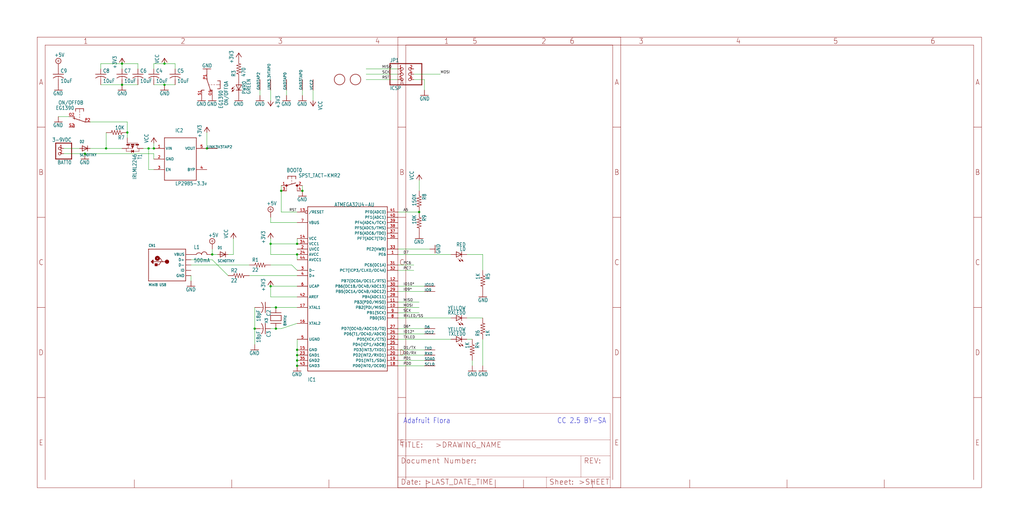
<source format=kicad_sch>
(kicad_sch (version 20211123) (generator eeschema)
  (paper "User" 490.22 254.406)
  (lib_symbols
    (symbol "schematicEagle-eagle-import:+3V3" (power)
      (property "Value" "+3V3" (at -2.54 -5.08 90))
      (symbol "+3V3_1_0"
        (pin power_in line (at 0 -2.54 90) (length 2.54) (name "+3V3") (number "1"))
      )
    )
    (symbol "schematicEagle-eagle-import:+5V" (power)
      (property "Value" "+5V" (at -1.905 3.175 0))
      (symbol "+5V_1_0"
        (pin power_in line (at 0 -2.54 90) (length 2.54) (name "+5V") (number "1"))
      )
    )
    (symbol "schematicEagle-eagle-import:ATMEGA32U4-AU"
      (property "Value" "ATMEGA32U4-AU" (at -5.08 45.72 0))
      (symbol "ATMEGA32U4-AU_1_0"
        (pin bidirectional line (at 25.4 22.86 180) (length 5.08) (name "PE6") (number "1"))
        (pin bidirectional line (at 25.4 -2.54 180) (length 5.08) (name "PB2(PDI/MISO)") (number "10"))
        (pin bidirectional line (at 25.4 0 180) (length 5.08) (name "PB3(PDO/MISO)") (number "11"))
        (pin bidirectional line (at 25.4 10.16 180) (length 5.08) (name "PB7(OC0A/OC1C/RTS)") (number "12"))
        (pin bidirectional inverted (at -22.86 43.18 0) (length 5.08) (name "/RESET") (number "13"))
        (pin bidirectional line (at -22.86 30.48 0) (length 5.08) (name "VCC") (number "14"))
        (pin bidirectional line (at -22.86 -22.86 0) (length 5.08) (name "GND") (number "15"))
        (pin bidirectional line (at -22.86 -10.16 0) (length 5.08) (name "XTAL2") (number "16"))
        (pin bidirectional line (at -22.86 -2.54 0) (length 5.08) (name "XTAL1") (number "17"))
        (pin bidirectional line (at 25.4 -30.48 180) (length 5.08) (name "PD0(INT0/OC0B)") (number "18"))
        (pin bidirectional line (at 25.4 -27.94 180) (length 5.08) (name "PD1(INT1/SDA)") (number "19"))
        (pin bidirectional line (at -22.86 25.4 0) (length 5.08) (name "UVCC") (number "2"))
        (pin bidirectional line (at 25.4 -25.4 180) (length 5.08) (name "PD2(INT2/RXD1)") (number "20"))
        (pin bidirectional line (at 25.4 -22.86 180) (length 5.08) (name "PD3(INT3/TXD1)") (number "21"))
        (pin bidirectional line (at 25.4 -17.78 180) (length 5.08) (name "PD5(XCK/CTS)") (number "22"))
        (pin bidirectional line (at -22.86 -25.4 0) (length 5.08) (name "GND1") (number "23"))
        (pin bidirectional line (at -22.86 22.86 0) (length 5.08) (name "AVCC") (number "24"))
        (pin bidirectional line (at 25.4 -20.32 180) (length 5.08) (name "PD4(ICP1/ADC8)") (number "25"))
        (pin bidirectional line (at 25.4 -15.24 180) (length 5.08) (name "PD6(T1/OC4D/ADC9)") (number "26"))
        (pin bidirectional line (at 25.4 -12.7 180) (length 5.08) (name "PD7(OC4D/ADC10/T0)") (number "27"))
        (pin bidirectional line (at 25.4 2.54 180) (length 5.08) (name "PB4(ADC11)") (number "28"))
        (pin bidirectional line (at 25.4 5.08 180) (length 5.08) (name "PB5(OC1A/OC4B/ADC12)") (number "29"))
        (pin bidirectional line (at -22.86 15.24 0) (length 5.08) (name "D-") (number "3"))
        (pin bidirectional line (at 25.4 7.62 180) (length 5.08) (name "PB6(OC1B/OC4B/ADC13)") (number "30"))
        (pin bidirectional line (at 25.4 17.78 180) (length 5.08) (name "PC6(OC1A)") (number "31"))
        (pin bidirectional line (at 25.4 15.24 180) (length 5.08) (name "PC7(ICP3/CLK0/OC4A)") (number "32"))
        (pin bidirectional line (at 25.4 25.4 180) (length 5.08) (name "PE2(HWB)") (number "33"))
        (pin bidirectional line (at -22.86 27.94 0) (length 5.08) (name "VCC1") (number "34"))
        (pin bidirectional line (at -22.86 -27.94 0) (length 5.08) (name "GND2") (number "35"))
        (pin bidirectional line (at 25.4 30.48 180) (length 5.08) (name "PF7(ADC7(TDI)") (number "36"))
        (pin bidirectional line (at 25.4 33.02 180) (length 5.08) (name "PF6(ADC6/TDO)") (number "37"))
        (pin bidirectional line (at 25.4 35.56 180) (length 5.08) (name "PF5(ADC5/TMS)") (number "38"))
        (pin bidirectional line (at 25.4 38.1 180) (length 5.08) (name "PF4(ADC4/TCK)") (number "39"))
        (pin bidirectional line (at -22.86 12.7 0) (length 5.08) (name "D+") (number "4"))
        (pin bidirectional line (at 25.4 40.64 180) (length 5.08) (name "PF1(ADC1)") (number "40"))
        (pin bidirectional line (at 25.4 43.18 180) (length 5.08) (name "PF0(ADC0)") (number "41"))
        (pin bidirectional line (at -22.86 2.54 0) (length 5.08) (name "AREF") (number "42"))
        (pin bidirectional line (at -22.86 -30.48 0) (length 5.08) (name "GND3") (number "43"))
        (pin bidirectional line (at -22.86 20.32 0) (length 5.08) (name "AVCC1") (number "44"))
        (pin bidirectional line (at -22.86 -17.78 0) (length 5.08) (name "UGND") (number "5"))
        (pin bidirectional line (at -22.86 7.62 0) (length 5.08) (name "UCAP") (number "6"))
        (pin bidirectional line (at -22.86 38.1 0) (length 5.08) (name "VBUS") (number "7"))
        (pin bidirectional line (at 25.4 -7.62 180) (length 5.08) (name "PB0(SS)") (number "8"))
        (pin bidirectional line (at 25.4 -5.08 180) (length 5.08) (name "PB1(SCK)") (number "9"))
      )
    )
    (symbol "schematicEagle-eagle-import:C-USC0805K"
      (property "Reference" "C" (at 1.016 0.635 0))
      (property "Value" "C-USC0805K" (at 1.016 -4.191 0))
      (symbol "C-USC0805K_1_0"
        (pin passive line (at 0 2.54 270) (length 2.54) (name "1") (number "1"))
        (pin passive line (at 0 -5.08 90) (length 2.54) (name "2") (number "2"))
      )
    )
    (symbol "schematicEagle-eagle-import:DIODESOD-123"
      (property "Reference" "D" (at -2.54 2.54 0))
      (property "Value" "DIODESOD-123" (at -2.54 -3.81 0))
      (symbol "DIODESOD-123_1_0"
        (pin passive line (at -2.54 0 0) (length 2.54) (name "A") (number "A"))
        (pin passive line (at 2.54 0 180) (length 2.54) (name "C") (number "C"))
      )
    )
    (symbol "schematicEagle-eagle-import:DPDT-EG1390"
      (property "Reference" "SW" (at -8.255 -1.905 90))
      (property "Value" "DPDT-EG1390" (at -5.715 2.54 90))
      (symbol "DPDT-EG1390_1_0"
        (pin passive line (at -2.54 5.08 270) (length 2.54) (name "O") (number "O1"))
        (pin passive line (at 0 -5.08 90) (length 2.54) (name "P") (number "P1"))
        (pin passive line (at 2.54 5.08 270) (length 2.54) (name "S") (number "S1"))
      )
      (symbol "DPDT-EG1390_2_0"
        (pin passive line (at -2.54 5.08 270) (length 2.54) (name "O") (number "O2"))
        (pin passive line (at 0 -5.08 90) (length 2.54) (name "P") (number "P2"))
        (pin passive line (at 2.54 5.08 270) (length 2.54) (name "S") (number "S2"))
      )
    )
    (symbol "schematicEagle-eagle-import:FIDUCIAL")
    (symbol "schematicEagle-eagle-import:FRAME_A_L"
      (symbol "FRAME_A_L_0_0"
        (text "1" (at 23.2833 213.995 0) (effects (font (size 2.54 2.286))))
        (text "2" (at 69.85 213.995 0) (effects (font (size 2.54 2.286))))
        (text "3" (at 116.4167 213.995 0) (effects (font (size 2.54 2.286))))
        (text "4" (at 162.9833 213.995 0) (effects (font (size 2.54 2.286))))
        (text "5" (at 209.55 213.995 0) (effects (font (size 2.54 2.286))))
        (text "6" (at 256.1167 213.995 0) (effects (font (size 2.54 2.286))))
        (text "A" (at 1.905 194.31 0) (effects (font (size 2.54 2.286))))
        (text "A" (at 277.495 194.31 0) (effects (font (size 2.54 2.286))))
        (text "B" (at 1.905 151.13 0) (effects (font (size 2.54 2.286))))
        (text "B" (at 277.495 151.13 0) (effects (font (size 2.54 2.286))))
        (text "C" (at 1.905 107.95 0) (effects (font (size 2.54 2.286))))
        (text "C" (at 277.495 107.95 0) (effects (font (size 2.54 2.286))))
        (text "D" (at 1.905 64.77 0) (effects (font (size 2.54 2.286))))
        (text "D" (at 277.495 64.77 0) (effects (font (size 2.54 2.286))))
        (text "E" (at 1.905 21.59 0) (effects (font (size 2.54 2.286))))
        (text "E" (at 277.495 21.59 0) (effects (font (size 2.54 2.286))))
      )
      (symbol "FRAME_A_L_2_0"
        (text ">DRAWING_NAME" (at 17.78 19.05 0) (effects (font (size 2.54 2.54)) (justify left bottom)))
        (text ">LAST_DATE_TIME" (at 12.7 1.27 0) (effects (font (size 2.54 2.54)) (justify left bottom)))
        (text ">SHEET" (at 86.36 1.27 0) (effects (font (size 2.54 2.54)) (justify left bottom)))
        (text "Date:" (at 1.27 1.27 0) (effects (font (size 2.54 2.54)) (justify left bottom)))
        (text "Document Number:" (at 1.27 11.43 0) (effects (font (size 2.54 2.54)) (justify left bottom)))
        (text "REV:" (at 88.9 11.43 0) (effects (font (size 2.54 2.54)) (justify left bottom)))
        (text "Sheet:" (at 72.39 1.27 0) (effects (font (size 2.54 2.54)) (justify left bottom)))
        (text "TITLE:" (at 1.27 19.05 0) (effects (font (size 2.54 2.54)) (justify left bottom)))
      )
    )
    (symbol "schematicEagle-eagle-import:GND" (power)
      (property "Value" "GND" (at -2.54 -2.54 0))
      (symbol "GND_1_0"
        (pin power_in line (at 0 2.54 270) (length 2.54) (name "GND") (number "1"))
      )
    )
    (symbol "schematicEagle-eagle-import:JST_2PIN-SMT-RA"
      (property "Reference" "CN" (at -6.35 5.715 0))
      (property "Value" "JST_2PIN-SMT-RA" (at -6.35 -5.08 0))
      (symbol "JST_2PIN-SMT-RA_1_0"
        (pin passive inverted (at -2.54 0 0) (length 2.54) (name "2") (number "1"))
        (pin passive inverted (at -2.54 2.54 0) (length 2.54) (name "1") (number "2"))
      )
    )
    (symbol "schematicEagle-eagle-import:LEDCHIPLED_0805"
      (property "Reference" "LED" (at 3.556 -4.572 90))
      (property "Value" "LEDCHIPLED_0805" (at 5.715 -4.572 90))
      (symbol "LEDCHIPLED_0805_1_0"
        (pin passive line (at 0 2.54 270) (length 2.54) (name "A") (number "A"))
        (pin passive line (at 0 -5.08 90) (length 2.54) (name "C") (number "C"))
      )
    )
    (symbol "schematicEagle-eagle-import:LP298XS"
      (property "Reference" "IC" (at -12.7 -5.08 90))
      (property "Value" "LP298XS" (at 12.7 -5.08 90))
      (symbol "LP298XS_1_0"
        (pin bidirectional line (at -5.08 -15.24 90) (length 5.08) (name "VIN") (number "1"))
        (pin bidirectional line (at 0 -15.24 90) (length 5.08) (name "GND") (number "2"))
        (pin bidirectional line (at 5.08 -15.24 90) (length 5.08) (name "EN") (number "3"))
        (pin bidirectional line (at 5.08 10.16 270) (length 5.08) (name "BYP") (number "4"))
        (pin bidirectional line (at -5.08 10.16 270) (length 5.08) (name "VOUT") (number "5"))
      )
    )
    (symbol "schematicEagle-eagle-import:PINHD-2X3"
      (property "Reference" "JP" (at -6.35 5.715 0))
      (property "Value" "PINHD-2X3" (at -6.35 -7.62 0))
      (symbol "PINHD-2X3_1_0"
        (pin passive inverted (at -2.54 2.54 0) (length 2.54) (name "1") (number "1"))
        (pin passive inverted (at 5.08 2.54 180) (length 2.54) (name "2") (number "2"))
        (pin passive inverted (at -2.54 0 0) (length 2.54) (name "3") (number "3"))
        (pin passive inverted (at 5.08 0 180) (length 2.54) (name "4") (number "4"))
        (pin passive inverted (at -2.54 -2.54 0) (length 2.54) (name "5") (number "5"))
        (pin passive inverted (at 5.08 -2.54 180) (length 2.54) (name "6") (number "6"))
      )
    )
    (symbol "schematicEagle-eagle-import:PMOSSOT23"
      (property "Reference" "T" (at 2.54 2.54 0))
      (property "Value" "PMOSSOT23" (at 2.54 0 0))
      (symbol "PMOSSOT23_1_0"
        (pin passive line (at 0 5.08 270) (length 2.54) (name "D") (number "1"))
        (pin passive line (at 0 -5.08 90) (length 2.54) (name "S") (number "2"))
        (pin passive line (at -5.08 -2.54 0) (length 2.54) (name "G") (number "3"))
      )
    )
    (symbol "schematicEagle-eagle-import:PTCFUSE-1206"
      (property "Reference" "F" (at -3.81 5.08 0))
      (property "Value" "PTCFUSE-1206" (at -3.81 -1.27 0))
      (symbol "PTCFUSE-1206_1_0"
        (pin passive line (at -5.08 2.54 0) (length 2.54) (name "1") (number "1"))
        (pin passive line (at 5.08 2.54 180) (length 2.54) (name "2") (number "2"))
      )
    )
    (symbol "schematicEagle-eagle-import:R-US_R0805"
      (property "Reference" "R" (at -3.81 1.4986 0))
      (property "Value" "R-US_R0805" (at -3.81 -3.302 0))
      (symbol "R-US_R0805_1_0"
        (pin passive line (at -5.08 0 0) (length 2.54) (name "1") (number "1"))
        (pin passive line (at 5.08 0 180) (length 2.54) (name "2") (number "2"))
      )
    )
    (symbol "schematicEagle-eagle-import:SEWTAP-2.0IN"
      (property "Reference" "TP" (at 0 0 0))
      (symbol "SEWTAP-2.0IN_1_0"
        (pin bidirectional line (at 0 0 0) (length 5.08) (name "SEW") (number "P$1"))
      )
    )
    (symbol "schematicEagle-eagle-import:SPST_TACT-KMR2"
      (property "Reference" "SW" (at -6.35 -2.54 90))
      (property "Value" "SPST_TACT-KMR2" (at -3.81 3.175 90))
      (symbol "SPST_TACT-KMR2_1_0"
        (pin passive line (at 0 -5.08 90) (length 2.54) (name "P") (number "1"))
        (pin passive line (at 0 5.08 270) (length 2.54) (name "S") (number "2"))
        (pin passive line (at 2.54 -5.08 90) (length 2.54) (name "P1") (number "3"))
        (pin passive line (at 2.54 5.08 270) (length 2.54) (name "S1") (number "4"))
      )
    )
    (symbol "schematicEagle-eagle-import:USBMINIBLARGE"
      (property "Reference" "CN" (at -10.16 8.636 0))
      (property "Value" "USBMINIBLARGE" (at -10.16 -10.16 0))
      (symbol "USBMINIBLARGE_1_0"
        (pin bidirectional line (at 10.16 2.54 180) (length 2.54) (name "D+") (number "D+"))
        (pin bidirectional line (at 10.16 0 180) (length 2.54) (name "D-") (number "D-"))
        (pin power_in line (at 10.16 -5.08 180) (length 2.54) (name "GND") (number "GND"))
        (pin bidirectional line (at 10.16 -2.54 180) (length 2.54) (name "ID") (number "ID"))
        (pin power_in line (at 10.16 5.08 180) (length 2.54) (name "VBUS") (number "VBUS"))
      )
    )
    (symbol "schematicEagle-eagle-import:VCC" (power)
      (property "Value" "VCC" (at -2.54 -2.54 90))
      (symbol "VCC_1_0"
        (pin power_in line (at 0 -2.54 90) (length 2.54) (name "VCC") (number "1"))
      )
    )
    (symbol "schematicEagle-eagle-import:XTALNX5032"
      (property "Reference" "X" (at -2.54 3.81 0))
      (property "Value" "XTALNX5032" (at -3.81 -5.08 0))
      (symbol "XTALNX5032_1_0"
        (pin bidirectional line (at -5.08 0 0) (length 2.54) (name "P$1") (number "P$1"))
        (pin bidirectional line (at 5.08 0 180) (length 2.54) (name "P$2") (number "P$2"))
      )
    )
  )
  (junction (at 99.06 71.12))
  (junction (at 134.62 91.44))
  (junction (at 132.08 147.32))
  (junction (at 142.24 172.72))
  (junction (at 129.54 116.84))
  (junction (at 121.92 157.48))
  (junction (at 142.24 175.26))
  (junction (at 129.54 137.16))
  (junction (at 60.96 63.5))
  (junction (at 58.42 40.64))
  (junction (at 144.78 91.44))
  (junction (at 40.64 73.66))
  (junction (at 200.66 101.6))
  (junction (at 142.24 116.84))
  (junction (at 142.24 121.92))
  (junction (at 142.24 167.64))
  (junction (at 142.24 170.18))
  (junction (at 58.42 30.48))
  (junction (at 73.66 71.12))
  (junction (at 132.08 157.48))
  (junction (at 78.74 30.48))
  (junction (at 71.12 71.12))
  (junction (at 78.74 40.64))
  (junction (at 101.6 121.92))
  (junction (at 50.8 71.12))
  (wire (pts (xy 142.24 167.64) (xy 142.24 170.18)))
  (wire (pts (xy 73.66 40.64) (xy 78.74 40.64)))
  (wire (pts (xy 121.92 165.1) (xy 121.92 157.48)))
  (wire (pts (xy 190.5 35.56) (xy 175.26 35.56)))
  (wire (pts (xy 142.24 124.46) (xy 142.24 121.92)))
  (wire (pts (xy 111.76 121.92) (xy 111.76 114.3)))
  (wire (pts (xy 203.2 157.48) (xy 190.5 157.48)))
  (wire (pts (xy 101.6 124.46) (xy 109.22 132.08)))
  (wire (pts (xy 73.66 33.02) (xy 73.66 30.48)))
  (wire (pts (xy 142.24 172.72) (xy 142.24 175.26)))
  (wire (pts (xy 91.44 124.46) (xy 101.6 124.46)))
  (wire (pts (xy 190.5 139.7) (xy 203.2 139.7)))
  (wire (pts (xy 137.16 45.72) (xy 137.16 43.18)))
  (wire (pts (xy 129.54 48.26) (xy 129.54 43.18)))
  (wire (pts (xy 121.92 147.32) (xy 121.92 157.48)))
  (wire (pts (xy 60.96 63.5) (xy 60.96 66.04)))
  (wire (pts (xy 198.12 35.56) (xy 210.82 35.56)))
  (wire (pts (xy 129.54 116.84) (xy 142.24 116.84)))
  (wire (pts (xy 205.74 119.38) (xy 190.5 119.38)))
  (wire (pts (xy 144.78 45.72) (xy 144.78 43.18)))
  (wire (pts (xy 30.48 71.12) (xy 38.1 71.12)))
  (wire (pts (xy 30.48 73.66) (xy 40.64 73.66)))
  (wire (pts (xy 73.66 81.28) (xy 71.12 81.28)))
  (wire (pts (xy 78.74 30.48) (xy 83.82 30.48)))
  (wire (pts (xy 119.38 132.08) (xy 142.24 132.08)))
  (wire (pts (xy 190.5 144.78) (xy 200.66 144.78)))
  (wire (pts (xy 48.26 30.48) (xy 58.42 30.48)))
  (wire (pts (xy 144.78 88.9) (xy 144.78 91.44)))
  (wire (pts (xy 129.54 116.84) (xy 129.54 114.3)))
  (wire (pts (xy 43.18 58.42) (xy 60.96 58.42)))
  (wire (pts (xy 142.24 154.94) (xy 134.62 157.48)))
  (wire (pts (xy 101.6 119.38) (xy 101.6 121.92)))
  (wire (pts (xy 132.08 157.48) (xy 134.62 157.48)))
  (wire (pts (xy 231.14 175.26) (xy 231.14 162.56)))
  (wire (pts (xy 71.12 71.12) (xy 73.66 71.12)))
  (wire (pts (xy 200.66 86.36) (xy 200.66 91.44)))
  (wire (pts (xy 190.5 38.1) (xy 175.26 38.1)))
  (wire (pts (xy 78.74 40.64) (xy 83.82 40.64)))
  (wire (pts (xy 142.24 137.16) (xy 129.54 137.16)))
  (wire (pts (xy 91.44 127) (xy 119.38 127)))
  (wire (pts (xy 71.12 81.28) (xy 71.12 71.12)))
  (wire (pts (xy 132.08 157.48) (xy 129.54 157.48)))
  (wire (pts (xy 83.82 30.48) (xy 83.82 33.02)))
  (wire (pts (xy 190.5 129.54) (xy 198.12 129.54)))
  (wire (pts (xy 134.62 101.6) (xy 134.62 91.44)))
  (wire (pts (xy 139.7 127) (xy 142.24 129.54)))
  (wire (pts (xy 142.24 101.6) (xy 134.62 101.6)))
  (wire (pts (xy 223.52 121.92) (xy 231.14 121.92)))
  (wire (pts (xy 142.24 116.84) (xy 142.24 114.3)))
  (wire (pts (xy 91.44 132.08) (xy 91.44 134.62)))
  (wire (pts (xy 223.52 152.4) (xy 231.14 152.4)))
  (wire (pts (xy 190.5 149.86) (xy 200.66 149.86)))
  (wire (pts (xy 58.42 40.64) (xy 48.26 40.64)))
  (wire (pts (xy 190.5 127) (xy 198.12 127)))
  (wire (pts (xy 60.96 58.42) (xy 60.96 63.5)))
  (wire (pts (xy 58.42 30.48) (xy 58.42 33.02)))
  (wire (pts (xy 58.42 71.12) (xy 50.8 71.12)))
  (wire (pts (xy 73.66 73.66) (xy 40.64 73.66)))
  (wire (pts (xy 190.5 33.02) (xy 175.26 33.02)))
  (wire (pts (xy 190.5 101.6) (xy 200.66 101.6)))
  (wire (pts (xy 68.58 71.12) (xy 71.12 71.12)))
  (wire (pts (xy 50.8 63.5) (xy 50.8 71.12)))
  (wire (pts (xy 231.14 121.92) (xy 231.14 129.54)))
  (wire (pts (xy 129.54 142.24) (xy 142.24 142.24)))
  (wire (pts (xy 129.54 137.16) (xy 129.54 142.24)))
  (wire (pts (xy 190.5 175.26) (xy 203.2 175.26)))
  (wire (pts (xy 104.14 121.92) (xy 101.6 121.92)))
  (wire (pts (xy 129.54 106.68) (xy 129.54 104.14)))
  (wire (pts (xy 203.2 38.1) (xy 198.12 38.1)))
  (wire (pts (xy 226.06 175.26) (xy 226.06 172.72)))
  (wire (pts (xy 27.94 55.88) (xy 33.02 55.88)))
  (wire (pts (xy 226.06 162.56) (xy 223.52 162.56)))
  (wire (pts (xy 109.22 121.92) (xy 111.76 121.92)))
  (wire (pts (xy 124.46 45.72) (xy 124.46 43.18)))
  (wire (pts (xy 66.04 33.02) (xy 66.04 30.48)))
  (wire (pts (xy 142.24 121.92) (xy 129.54 121.92)))
  (wire (pts (xy 48.26 33.02) (xy 48.26 30.48)))
  (wire (pts (xy 132.08 147.32) (xy 129.54 147.32)))
  (wire (pts (xy 190.5 160.02) (xy 203.2 160.02)))
  (wire (pts (xy 190.5 121.92) (xy 215.9 121.92)))
  (wire (pts (xy 203.2 43.18) (xy 203.2 38.1)))
  (wire (pts (xy 66.04 30.48) (xy 58.42 30.48)))
  (wire (pts (xy 73.66 76.2) (xy 73.66 73.66)))
  (wire (pts (xy 142.24 170.18) (xy 142.24 172.72)))
  (wire (pts (xy 190.5 162.56) (xy 215.9 162.56)))
  (wire (pts (xy 190.5 152.4) (xy 215.9 152.4)))
  (wire (pts (xy 129.54 127) (xy 139.7 127)))
  (wire (pts (xy 190.5 172.72) (xy 203.2 172.72)))
  (wire (pts (xy 99.06 63.5) (xy 99.06 71.12)))
  (wire (pts (xy 142.24 162.56) (xy 142.24 167.64)))
  (wire (pts (xy 190.5 147.32) (xy 200.66 147.32)))
  (wire (pts (xy 134.62 88.9) (xy 134.62 91.44)))
  (wire (pts (xy 149.86 43.18) (xy 149.86 48.26)))
  (wire (pts (xy 129.54 121.92) (xy 129.54 116.84)))
  (wire (pts (xy 66.04 40.64) (xy 58.42 40.64)))
  (wire (pts (xy 142.24 106.68) (xy 129.54 106.68)))
  (wire (pts (xy 73.66 30.48) (xy 78.74 30.48)))
  (wire (pts (xy 190.5 167.64) (xy 203.2 167.64)))
  (wire (pts (xy 132.08 147.32) (xy 142.24 147.32)))
  (wire (pts (xy 190.5 137.16) (xy 203.2 137.16)))
  (wire (pts (xy 190.5 170.18) (xy 203.2 170.18)))
  (wire (pts (xy 43.18 71.12) (xy 50.8 71.12)))
  (wire (pts (xy 73.66 71.12) (xy 73.66 68.58)))
  (text "CC 2.5 BY-SA" (at 266.7 203.2 180) (effects (font (size 2.54 2.159)) (justify left bottom)))
  (text "Adafruit Flora" (at 193.04 203.2 180) (effects (font (size 2.54 2.159)) (justify left bottom)))
  (label "SCK" (at 193.04 149.86 0) (effects (font (size 1.2446 1.2446))))
  (label "RXLED/SS" (at 193.04 152.4 0) (effects (font (size 1.2446 1.2446))))
  (label "D0/RX" (at 193.04 170.18 0) (effects (font (size 1.2446 1.2446))))
  (label "PC6" (at 193.04 127 0) (effects (font (size 1.2446 1.2446))))
  (label "A5" (at 193.04 101.6 0) (effects (font (size 1.2446 1.2446))))
  (label "MISO" (at 182.88 33.02 0) (effects (font (size 1.2446 1.2446))))
  (label "PD1" (at 193.04 172.72 0) (effects (font (size 1.2446 1.2446))))
  (label "IO9*" (at 193.04 139.7 0) (effects (font (size 1.2446 1.2446))))
  (label "RST" (at 138.43 101.6 0) (effects (font (size 1.2446 1.2446))))
  (label "D7" (at 193.04 121.92 0) (effects (font (size 1.2446 1.2446))))
  (label "TXLED" (at 193.04 162.56 0) (effects (font (size 1.2446 1.2446))))
  (label "PC7" (at 193.04 129.54 0) (effects (font (size 1.2446 1.2446))))
  (label "D6*" (at 193.04 157.48 0) (effects (font (size 1.2446 1.2446))))
  (label "RST" (at 182.88 38.1 0) (effects (font (size 1.2446 1.2446))))
  (label "MOSI" (at 193.04 147.32 0) (effects (font (size 1.2446 1.2446))))
  (label "IO10*" (at 193.04 137.16 0) (effects (font (size 1.2446 1.2446))))
  (label "D1/TX" (at 193.04 167.64 0) (effects (font (size 1.2446 1.2446))))
  (label "MISO" (at 193.04 144.78 0) (effects (font (size 1.2446 1.2446))))
  (label "IO12*" (at 193.04 160.02 0) (effects (font (size 1.2446 1.2446))))
  (label "MOSI" (at 210.82 35.56 0) (effects (font (size 1.2446 1.2446))))
  (label "PD0" (at 193.04 175.26 0) (effects (font (size 1.2446 1.2446))))
  (label "SCK" (at 182.88 35.56 0) (effects (font (size 1.2446 1.2446))))
  (symbol (lib_id "schematicEagle-eagle-import:PMOSSOT23") (at 63.5 71.12 270) (unit 1)
    (property "Reference" "T1" (at 66.04 73.66 0) (effects (font (size 1.778 1.5113)) (justify left bottom)))
    (property "Value" "IRLML2246" (at 63.5 73.66 0) (effects (font (size 1.778 1.5113)) (justify left bottom)))
    (property "Footprint" "schematicEagle:SOT-23" (effects hide))
  )
  (symbol (lib_id "schematicEagle-eagle-import:C-USC0805K") (at 127 147.32 270) (unit 1)
    (property "Reference" "C2" (at 127.635 148.336 0) (effects (font (size 1.778 1.5113)) (justify left bottom)))
    (property "Value" "18pF" (at 122.809 148.336 0) (effects (font (size 1.778 1.5113)) (justify left bottom)))
    (property "Footprint" "schematicEagle:C0805K" (effects hide))
  )
  (symbol (lib_id "schematicEagle-eagle-import:+3V3") (at 129.54 111.76 0) (unit 1)
    (property "Reference" "#+3V5" (effects hide))
    (property "Value" "+3V3" (at 127 116.84 90) (effects (font (size 1.778 1.5113)) (justify left bottom)))
    (property "Footprint" "schematicEagle:" (effects hide))
  )
  (symbol (lib_id "schematicEagle-eagle-import:SEWTAP-2.0IN") (at 203.2 137.16 0) (unit 1)
    (property "Reference" "IO10" (at 203.2 137.16 0) (effects (justify left bottom)))
    (property "Value" "SEWTAP-2.0IN" (effects hide))
    (property "Footprint" "schematicEagle:SEWINGTAP_2.0" (effects hide))
  )
  (symbol (lib_id "schematicEagle-eagle-import:R-US_R0805") (at 226.06 167.64 270) (unit 1)
    (property "Reference" "R4" (at 227.5586 163.83 0) (effects (font (size 1.778 1.5113)) (justify left bottom)))
    (property "Value" "1K" (at 222.758 163.83 0) (effects (font (size 1.778 1.5113)) (justify left bottom)))
    (property "Footprint" "schematicEagle:R0805" (effects hide))
  )
  (symbol (lib_id "schematicEagle-eagle-import:SEWTAP-2.0IN") (at 149.86 43.18 90) (unit 1)
    (property "Reference" "VCC2" (at 149.86 43.18 0) (effects (justify left bottom)))
    (property "Value" "SEWTAP-2.0IN" (effects hide))
    (property "Footprint" "schematicEagle:SEWINGTAP_2.0" (effects hide))
  )
  (symbol (lib_id "schematicEagle-eagle-import:+3V3") (at 129.54 134.62 0) (unit 1)
    (property "Reference" "#+3V1" (effects hide))
    (property "Value" "+3V3" (at 127 139.7 90) (effects (font (size 1.778 1.5113)) (justify left bottom)))
    (property "Footprint" "schematicEagle:" (effects hide))
  )
  (symbol (lib_id "schematicEagle-eagle-import:XTALNX5032") (at 132.08 152.4 90) (unit 1)
    (property "Reference" "X3" (at 128.27 154.94 0) (effects (justify left bottom)))
    (property "Value" "8MHz" (at 137.16 156.21 0) (effects (justify left bottom)))
    (property "Footprint" "schematicEagle:NX5032" (effects hide))
  )
  (symbol (lib_id "schematicEagle-eagle-import:GND") (at 78.74 43.18 0) (mirror y) (unit 1)
    (property "Reference" "#GND23" (effects hide))
    (property "Value" "GND" (at 81.28 45.72 0) (effects (font (size 1.778 1.5113)) (justify left bottom)))
    (property "Footprint" "schematicEagle:" (effects hide))
  )
  (symbol (lib_id "schematicEagle-eagle-import:DPDT-EG1390") (at 38.1 58.42 90) (mirror x) (unit 2)
    (property "Reference" "ON/OFF0" (at 40.005 50.165 90) (effects (font (size 1.778 1.5113)) (justify left bottom)))
    (property "Value" "EG1390" (at 35.56 52.705 90) (effects (font (size 1.778 1.5113)) (justify left bottom)))
    (property "Footprint" "schematicEagle:EG1390" (effects hide))
  )
  (symbol (lib_id "schematicEagle-eagle-import:SEWTAP-2.0IN") (at 124.46 43.18 90) (unit 1)
    (property "Reference" "GNDTAP2" (at 124.46 43.18 0) (effects (justify left bottom)))
    (property "Value" "SEWTAP-2.0IN" (effects hide))
    (property "Footprint" "schematicEagle:SEWINGTAP_2.0" (effects hide))
  )
  (symbol (lib_id "schematicEagle-eagle-import:C-USC0805K") (at 73.66 35.56 0) (unit 1)
    (property "Reference" "C4" (at 74.676 34.925 0) (effects (font (size 1.778 1.5113)) (justify left bottom)))
    (property "Value" "10uF" (at 74.676 39.751 0) (effects (font (size 1.778 1.5113)) (justify left bottom)))
    (property "Footprint" "schematicEagle:C0805K" (effects hide))
  )
  (symbol (lib_id "schematicEagle-eagle-import:SEWTAP-2.0IN") (at 203.2 167.64 0) (unit 1)
    (property "Reference" "TX0" (at 203.2 167.64 0) (effects (justify left bottom)))
    (property "Value" "SEWTAP-2.0IN" (effects hide))
    (property "Footprint" "schematicEagle:SEWINGTAP_2.0" (effects hide))
  )
  (symbol (lib_id "schematicEagle-eagle-import:VCC") (at 73.66 66.04 0) (unit 1)
    (property "Reference" "#P+5" (effects hide))
    (property "Value" "VCC" (at 71.12 68.58 90) (effects (font (size 1.778 1.5113)) (justify left bottom)))
    (property "Footprint" "schematicEagle:" (effects hide))
  )
  (symbol (lib_id "schematicEagle-eagle-import:SPST_TACT-KMR2") (at 139.7 88.9 270) (unit 1)
    (property "Reference" "BOOT0" (at 137.16 82.55 90) (effects (font (size 1.778 1.5113)) (justify left bottom)))
    (property "Value" "SPST_TACT-KMR2" (at 142.875 85.09 90) (effects (font (size 1.778 1.5113)) (justify left bottom)))
    (property "Footprint" "schematicEagle:KMR2" (effects hide))
  )
  (symbol (lib_id "schematicEagle-eagle-import:R-US_R0805") (at 231.14 134.62 270) (unit 1)
    (property "Reference" "R5" (at 232.6386 130.81 0) (effects (font (size 1.778 1.5113)) (justify left bottom)))
    (property "Value" "1K" (at 227.838 130.81 0) (effects (font (size 1.778 1.5113)) (justify left bottom)))
    (property "Footprint" "schematicEagle:R0805" (effects hide))
  )
  (symbol (lib_id "schematicEagle-eagle-import:R-US_R0805") (at 55.88 63.5 180) (unit 1)
    (property "Reference" "R7" (at 59.69 64.9986 0) (effects (font (size 1.778 1.5113)) (justify left bottom)))
    (property "Value" "10K" (at 59.69 60.198 0) (effects (font (size 1.778 1.5113)) (justify left bottom)))
    (property "Footprint" "schematicEagle:R0805" (effects hide))
  )
  (symbol (lib_id "schematicEagle-eagle-import:SEWTAP-2.0IN") (at 203.2 170.18 0) (unit 1)
    (property "Reference" "RX0" (at 203.2 170.18 0) (effects (justify left bottom)))
    (property "Value" "SEWTAP-2.0IN" (effects hide))
    (property "Footprint" "schematicEagle:SEWINGTAP_2.0" (effects hide))
  )
  (symbol (lib_id "schematicEagle-eagle-import:GND") (at 114.3 48.26 0) (unit 1)
    (property "Reference" "#GND9" (effects hide))
    (property "Value" "GND" (at 111.76 50.8 0) (effects (font (size 1.778 1.5113)) (justify left bottom)))
    (property "Footprint" "schematicEagle:" (effects hide))
  )
  (symbol (lib_id "schematicEagle-eagle-import:FIDUCIAL") (at 162.56 38.1 0) (unit 1)
    (property "Reference" "U$2" (effects hide))
    (property "Value" "FIDUCIAL" (effects hide))
    (property "Footprint" "schematicEagle:FIDUCIAL_1MM" (effects hide))
  )
  (symbol (lib_id "schematicEagle-eagle-import:R-US_R0805") (at 231.14 157.48 90) (unit 1)
    (property "Reference" "R6" (at 229.6414 161.29 0) (effects (font (size 1.778 1.5113)) (justify left bottom)))
    (property "Value" "1K" (at 234.442 161.29 0) (effects (font (size 1.778 1.5113)) (justify left bottom)))
    (property "Footprint" "schematicEagle:R0805" (effects hide))
  )
  (symbol (lib_id "schematicEagle-eagle-import:R-US_R0805") (at 200.66 96.52 270) (unit 1)
    (property "Reference" "R8" (at 202.1586 92.71 0) (effects (font (size 1.778 1.5113)) (justify left bottom)))
    (property "Value" "150K" (at 197.358 92.71 0) (effects (font (size 1.778 1.5113)) (justify left bottom)))
    (property "Footprint" "schematicEagle:R0805" (effects hide))
  )
  (symbol (lib_id "schematicEagle-eagle-import:SEWTAP-2.0IN") (at 203.2 157.48 0) (unit 1)
    (property "Reference" "D6" (at 203.2 157.48 0) (effects (justify left bottom)))
    (property "Value" "SEWTAP-2.0IN" (effects hide))
    (property "Footprint" "schematicEagle:SEWINGTAP_2.0" (effects hide))
  )
  (symbol (lib_id "schematicEagle-eagle-import:GND") (at 231.14 142.24 0) (mirror y) (unit 1)
    (property "Reference" "#GND10" (effects hide))
    (property "Value" "GND" (at 233.68 144.78 0) (effects (font (size 1.778 1.5113)) (justify left bottom)))
    (property "Footprint" "schematicEagle:" (effects hide))
  )
  (symbol (lib_id "schematicEagle-eagle-import:VCC") (at 149.86 50.8 180) (unit 1)
    (property "Reference" "#P+2" (effects hide))
    (property "Value" "VCC" (at 152.4 48.26 90) (effects (font (size 1.778 1.5113)) (justify left bottom)))
    (property "Footprint" "schematicEagle:" (effects hide))
  )
  (symbol (lib_id "schematicEagle-eagle-import:R-US_R0805") (at 124.46 127 0) (unit 1)
    (property "Reference" "R1" (at 120.65 125.5014 0) (effects (font (size 1.778 1.5113)) (justify left bottom)))
    (property "Value" "22" (at 120.65 130.302 0) (effects (font (size 1.778 1.5113)) (justify left bottom)))
    (property "Footprint" "schematicEagle:R0805" (effects hide))
  )
  (symbol (lib_id "schematicEagle-eagle-import:GND") (at 124.46 48.26 0) (unit 1)
    (property "Reference" "#GND21" (effects hide))
    (property "Value" "GND" (at 121.92 50.8 0) (effects (font (size 1.778 1.5113)) (justify left bottom)))
    (property "Footprint" "schematicEagle:" (effects hide))
  )
  (symbol (lib_id "schematicEagle-eagle-import:GND") (at 91.44 137.16 0) (unit 1)
    (property "Reference" "#GND1" (effects hide))
    (property "Value" "GND" (at 88.9 139.7 0) (effects (font (size 1.778 1.5113)) (justify left bottom)))
    (property "Footprint" "schematicEagle:" (effects hide))
  )
  (symbol (lib_id "schematicEagle-eagle-import:GND") (at 200.66 114.3 0) (unit 1)
    (property "Reference" "#GND20" (effects hide))
    (property "Value" "GND" (at 198.12 116.84 0) (effects (font (size 1.778 1.5113)) (justify left bottom)))
    (property "Footprint" "schematicEagle:" (effects hide))
  )
  (symbol (lib_id "schematicEagle-eagle-import:SEWTAP-2.0IN") (at 137.16 43.18 90) (unit 1)
    (property "Reference" "GNDTAP0" (at 137.16 43.18 0) (effects (justify left bottom)))
    (property "Value" "SEWTAP-2.0IN" (effects hide))
    (property "Footprint" "schematicEagle:SEWINGTAP_2.0" (effects hide))
  )
  (symbol (lib_id "schematicEagle-eagle-import:C-USC0805K") (at 58.42 35.56 0) (unit 1)
    (property "Reference" "C7" (at 59.436 34.925 0) (effects (font (size 1.778 1.5113)) (justify left bottom)))
    (property "Value" "10uF" (at 59.436 39.751 0) (effects (font (size 1.778 1.5113)) (justify left bottom)))
    (property "Footprint" "schematicEagle:C0805K" (effects hide))
  )
  (symbol (lib_id "schematicEagle-eagle-import:FRAME_A_L") (at 17.78 233.68 0) (unit 1)
    (property "Reference" "#FRAME1" (effects hide))
    (property "Value" "FRAME_A_L" (effects hide))
    (property "Footprint" "schematicEagle:" (effects hide))
  )
  (symbol (lib_id "schematicEagle-eagle-import:FIDUCIAL") (at 170.18 38.1 0) (unit 1)
    (property "Reference" "U$6" (effects hide))
    (property "Value" "FIDUCIAL" (effects hide))
    (property "Footprint" "schematicEagle:FIDUCIAL_1MM" (effects hide))
  )
  (symbol (lib_id "schematicEagle-eagle-import:+3V3") (at 129.54 50.8 180) (unit 1)
    (property "Reference" "#+3V2" (effects hide))
    (property "Value" "+3V3" (at 132.08 45.72 90) (effects (font (size 1.778 1.5113)) (justify left bottom)))
    (property "Footprint" "schematicEagle:" (effects hide))
  )
  (symbol (lib_id "schematicEagle-eagle-import:+5V") (at 27.94 30.48 0) (unit 1)
    (property "Reference" "#V2" (effects hide))
    (property "Value" "+5V" (at 26.035 27.305 0) (effects (font (size 1.778 1.5113)) (justify left bottom)))
    (property "Footprint" "schematicEagle:" (effects hide))
  )
  (symbol (lib_id "schematicEagle-eagle-import:VCC") (at 78.74 27.94 0) (unit 1)
    (property "Reference" "#P+4" (effects hide))
    (property "Value" "VCC" (at 76.2 30.48 90) (effects (font (size 1.778 1.5113)) (justify left bottom)))
    (property "Footprint" "schematicEagle:" (effects hide))
  )
  (symbol (lib_id "schematicEagle-eagle-import:GND") (at 208.28 119.38 90) (mirror x) (unit 1)
    (property "Reference" "#GND3" (effects hide))
    (property "Value" "GND" (at 210.82 116.84 0) (effects (font (size 1.778 1.5113)) (justify left bottom)))
    (property "Footprint" "schematicEagle:" (effects hide))
  )
  (symbol (lib_id "schematicEagle-eagle-import:DIODESOD-123") (at 106.68 121.92 0) (unit 1)
    (property "Reference" "D1" (at 104.14 119.38 0) (effects (font (size 1.27 1.0795)) (justify left bottom)))
    (property "Value" "SCHOTTKY" (at 104.14 125.73 0) (effects (font (size 1.27 1.0795)) (justify left bottom)))
    (property "Footprint" "schematicEagle:SOD-123" (effects hide))
  )
  (symbol (lib_id "schematicEagle-eagle-import:C-USC0805K") (at 48.26 35.56 0) (unit 1)
    (property "Reference" "C8" (at 49.276 34.925 0) (effects (font (size 1.778 1.5113)) (justify left bottom)))
    (property "Value" "10uF" (at 49.276 39.751 0) (effects (font (size 1.778 1.5113)) (justify left bottom)))
    (property "Footprint" "schematicEagle:C0805K" (effects hide))
  )
  (symbol (lib_id "schematicEagle-eagle-import:GND") (at 99.06 33.02 180) (unit 1)
    (property "Reference" "#GND19" (effects hide))
    (property "Value" "GND" (at 101.6 30.48 0) (effects (font (size 1.778 1.5113)) (justify left bottom)))
    (property "Footprint" "schematicEagle:" (effects hide))
  )
  (symbol (lib_id "schematicEagle-eagle-import:+5V") (at 129.54 101.6 0) (unit 1)
    (property "Reference" "#V4" (effects hide))
    (property "Value" "+5V" (at 127.635 98.425 0) (effects (font (size 1.778 1.5113)) (justify left bottom)))
    (property "Footprint" "schematicEagle:" (effects hide))
  )
  (symbol (lib_id "schematicEagle-eagle-import:FRAME_A_L") (at 190.5 233.68 0) (unit 2)
    (property "Reference" "#FRAME1" (effects hide))
    (property "Value" "FRAME_A_L" (effects hide))
    (property "Footprint" "schematicEagle:" (effects hide))
  )
  (symbol (lib_id "schematicEagle-eagle-import:PTCFUSE-1206") (at 96.52 124.46 0) (unit 1)
    (property "Reference" "L1" (at 92.71 119.38 0) (effects (font (size 1.778 1.5113)) (justify left bottom)))
    (property "Value" "500mA" (at 92.71 125.73 0) (effects (font (size 1.778 1.5113)) (justify left bottom)))
    (property "Footprint" "schematicEagle:R1206" (effects hide))
  )
  (symbol (lib_id "schematicEagle-eagle-import:LEDCHIPLED_0805") (at 218.44 152.4 90) (unit 1)
    (property "Reference" "RXLED0" (at 223.012 148.844 90) (effects (font (size 1.778 1.5113)) (justify left bottom)))
    (property "Value" "YELLOW" (at 223.012 146.685 90) (effects (font (size 1.778 1.5113)) (justify left bottom)))
    (property "Footprint" "schematicEagle:CHIPLED_0805" (effects hide))
  )
  (symbol (lib_id "schematicEagle-eagle-import:SEWTAP-2.0IN") (at 203.2 160.02 0) (unit 1)
    (property "Reference" "IO12" (at 203.2 160.02 0) (effects (justify left bottom)))
    (property "Value" "SEWTAP-2.0IN" (effects hide))
    (property "Footprint" "schematicEagle:SEWINGTAP_2.0" (effects hide))
  )
  (symbol (lib_id "schematicEagle-eagle-import:GND") (at 40.64 76.2 0) (unit 1)
    (property "Reference" "#GND11" (effects hide))
    (property "Value" "GND" (at 38.1 78.74 0) (effects (font (size 1.778 1.5113)) (justify left bottom)))
    (property "Footprint" "schematicEagle:" (effects hide))
  )
  (symbol (lib_id "schematicEagle-eagle-import:LP298XS") (at 88.9 76.2 270) (unit 1)
    (property "Reference" "IC2" (at 83.82 63.5 90) (effects (font (size 1.778 1.5113)) (justify left bottom)))
    (property "Value" "LP2985-3.3v" (at 83.82 88.9 90) (effects (font (size 1.778 1.5113)) (justify left bottom)))
    (property "Footprint" "schematicEagle:SOT23-5L" (effects hide))
  )
  (symbol (lib_id "schematicEagle-eagle-import:DPDT-EG1390") (at 99.06 40.64 180) (unit 1)
    (property "Reference" "ON/OFF0" (at 107.315 38.735 90) (effects (font (size 1.778 1.5113)) (justify left bottom)))
    (property "Value" "EG1390" (at 104.775 43.18 90) (effects (font (size 1.778 1.5113)) (justify left bottom)))
    (property "Footprint" "schematicEagle:EG1390" (effects hide))
  )
  (symbol (lib_id "schematicEagle-eagle-import:DIODESOD-123") (at 40.64 71.12 0) (unit 1)
    (property "Reference" "D2" (at 38.1 68.58 0) (effects (font (size 1.27 1.0795)) (justify left bottom)))
    (property "Value" "SCHOTTKY" (at 38.1 74.93 0) (effects (font (size 1.27 1.0795)) (justify left bottom)))
    (property "Footprint" "schematicEagle:SOD-123" (effects hide))
  )
  (symbol (lib_id "schematicEagle-eagle-import:+5V") (at 101.6 116.84 0) (unit 1)
    (property "Reference" "#V1" (effects hide))
    (property "Value" "+5V" (at 99.695 113.665 0) (effects (font (size 1.778 1.5113)) (justify left bottom)))
    (property "Footprint" "schematicEagle:" (effects hide))
  )
  (symbol (lib_id "schematicEagle-eagle-import:LEDCHIPLED_0805") (at 114.3 40.64 0) (unit 1)
    (property "Reference" "PWR0" (at 117.856 45.212 90) (effects (font (size 1.778 1.5113)) (justify left bottom)))
    (property "Value" "GREEN" (at 120.015 45.212 90) (effects (font (size 1.778 1.5113)) (justify left bottom)))
    (property "Footprint" "schematicEagle:CHIPLED_0805" (effects hide))
  )
  (symbol (lib_id "schematicEagle-eagle-import:VCC") (at 111.76 111.76 0) (unit 1)
    (property "Reference" "#P+6" (effects hide))
    (property "Value" "VCC" (at 109.22 114.3 90) (effects (font (size 1.778 1.5113)) (justify left bottom)))
    (property "Footprint" "schematicEagle:" (effects hide))
  )
  (symbol (lib_id "schematicEagle-eagle-import:SEWTAP-2.0IN") (at 203.2 139.7 0) (unit 1)
    (property "Reference" "IO9" (at 203.2 139.7 0) (effects (justify left bottom)))
    (property "Value" "SEWTAP-2.0IN" (effects hide))
    (property "Footprint" "schematicEagle:SEWINGTAP_2.0" (effects hide))
  )
  (symbol (lib_id "schematicEagle-eagle-import:GND") (at 58.42 43.18 0) (mirror y) (unit 1)
    (property "Reference" "#GND22" (effects hide))
    (property "Value" "GND" (at 60.96 45.72 0) (effects (font (size 1.778 1.5113)) (justify left bottom)))
    (property "Footprint" "schematicEagle:" (effects hide))
  )
  (symbol (lib_id "schematicEagle-eagle-import:GND") (at 27.94 58.42 0) (unit 1)
    (property "Reference" "#GND16" (effects hide))
    (property "Value" "GND" (at 25.4 60.96 0) (effects (font (size 1.778 1.5113)) (justify left bottom)))
    (property "Footprint" "schematicEagle:" (effects hide))
  )
  (symbol (lib_id "schematicEagle-eagle-import:GND") (at 121.92 167.64 0) (unit 1)
    (property "Reference" "#GND6" (effects hide))
    (property "Value" "GND" (at 119.38 170.18 0) (effects (font (size 1.778 1.5113)) (justify left bottom)))
    (property "Footprint" "schematicEagle:" (effects hide))
  )
  (symbol (lib_id "schematicEagle-eagle-import:SEWTAP-2.0IN") (at 203.2 172.72 0) (unit 1)
    (property "Reference" "SDA0" (at 203.2 172.72 0) (effects (justify left bottom)))
    (property "Value" "SEWTAP-2.0IN" (effects hide))
    (property "Footprint" "schematicEagle:SEWINGTAP_2.0" (effects hide))
  )
  (symbol (lib_id "schematicEagle-eagle-import:R-US_R0805") (at 200.66 106.68 270) (unit 1)
    (property "Reference" "R9" (at 202.1586 102.87 0) (effects (font (size 1.778 1.5113)) (justify left bottom)))
    (property "Value" "10K" (at 197.358 102.87 0) (effects (font (size 1.778 1.5113)) (justify left bottom)))
    (property "Footprint" "schematicEagle:R0805" (effects hide))
  )
  (symbol (lib_id "schematicEagle-eagle-import:+3V3") (at 99.06 60.96 0) (unit 1)
    (property "Reference" "#+3V3" (effects hide))
    (property "Value" "+3V3" (at 96.52 66.04 90) (effects (font (size 1.778 1.5113)) (justify left bottom)))
    (property "Footprint" "schematicEagle:" (effects hide))
  )
  (symbol (lib_id "schematicEagle-eagle-import:C-USC0805K") (at 27.94 35.56 0) (unit 1)
    (property "Reference" "C9" (at 28.956 34.925 0) (effects (font (size 1.778 1.5113)) (justify left bottom)))
    (property "Value" "10uF" (at 28.956 39.751 0) (effects (font (size 1.778 1.5113)) (justify left bottom)))
    (property "Footprint" "schematicEagle:C0805K" (effects hide))
  )
  (symbol (lib_id "schematicEagle-eagle-import:GND") (at 27.94 43.18 0) (unit 1)
    (property "Reference" "#GND15" (effects hide))
    (property "Value" "GND" (at 25.4 45.72 0) (effects (font (size 1.778 1.5113)) (justify left bottom)))
    (property "Footprint" "schematicEagle:" (effects hide))
  )
  (symbol (lib_id "schematicEagle-eagle-import:+3V3") (at 114.3 25.4 0) (unit 1)
    (property "Reference" "#+3V6" (effects hide))
    (property "Value" "+3V3" (at 111.76 30.48 90) (effects (font (size 1.778 1.5113)) (justify left bottom)))
    (property "Footprint" "schematicEagle:" (effects hide))
  )
  (symbol (lib_id "schematicEagle-eagle-import:R-US_R0805") (at 114.3 33.02 90) (unit 1)
    (property "Reference" "R3" (at 112.8014 36.83 0) (effects (font (size 1.778 1.5113)) (justify left bottom)))
    (property "Value" "470" (at 117.602 36.83 0) (effects (font (size 1.778 1.5113)) (justify left bottom)))
    (property "Footprint" "schematicEagle:R0805" (effects hide))
  )
  (symbol (lib_id "schematicEagle-eagle-import:GND") (at 144.78 93.98 0) (unit 1)
    (property "Reference" "#GND7" (effects hide))
    (property "Value" "GND" (at 142.24 96.52 0) (effects (font (size 1.778 1.5113)) (justify left bottom)))
    (property "Footprint" "schematicEagle:" (effects hide))
  )
  (symbol (lib_id "schematicEagle-eagle-import:GND") (at 203.2 45.72 0) (mirror y) (unit 1)
    (property "Reference" "#GND4" (effects hide))
    (property "Value" "GND" (at 205.74 48.26 0) (effects (font (size 1.778 1.5113)) (justify left bottom)))
    (property "Footprint" "schematicEagle:" (effects hide))
  )
  (symbol (lib_id "schematicEagle-eagle-import:GND") (at 137.16 48.26 0) (unit 1)
    (property "Reference" "#GND14" (effects hide))
    (property "Value" "GND" (at 134.62 50.8 0) (effects (font (size 1.778 1.5113)) (justify left bottom)))
    (property "Footprint" "schematicEagle:" (effects hide))
  )
  (symbol (lib_id "schematicEagle-eagle-import:LEDCHIPLED_0805") (at 218.44 162.56 90) (unit 1)
    (property "Reference" "TXLED0" (at 223.012 159.004 90) (effects (font (size 1.778 1.5113)) (justify left bottom)))
    (property "Value" "YELLOW" (at 223.012 156.845 90) (effects (font (size 1.778 1.5113)) (justify left bottom)))
    (property "Footprint" "schematicEagle:CHIPLED_0805" (effects hide))
  )
  (symbol (lib_id "schematicEagle-eagle-import:VCC") (at 200.66 83.82 0) (unit 1)
    (property "Reference" "#P+3" (effects hide))
    (property "Value" "VCC" (at 198.12 86.36 90) (effects (font (size 1.778 1.5113)) (justify left bottom)))
    (property "Footprint" "schematicEagle:" (effects hide))
  )
  (symbol (lib_id "schematicEagle-eagle-import:SEWTAP-2.0IN") (at 129.54 43.18 90) (unit 1)
    (property "Reference" "UNK3.3VTAP0" (at 129.54 43.18 0) (effects (justify left bottom)))
    (property "Value" "SEWTAP-2.0IN" (effects hide))
    (property "Footprint" "schematicEagle:SEWINGTAP_2.0" (effects hide))
  )
  (symbol (lib_id "schematicEagle-eagle-import:GND") (at 96.52 48.26 0) (unit 1)
    (property "Reference" "#GND18" (effects hide))
    (property "Value" "GND" (at 93.98 50.8 0) (effects (font (size 1.778 1.5113)) (justify left bottom)))
    (property "Footprint" "schematicEagle:" (effects hide))
  )
  (symbol (lib_id "schematicEagle-eagle-import:GND") (at 231.14 177.8 0) (mirror y) (unit 1)
    (property "Reference" "#GND8" (effects hide))
    (property "Value" "GND" (at 233.68 180.34 0) (effects (font (size 1.778 1.5113)) (justify left bottom)))
    (property "Footprint" "schematicEagle:" (effects hide))
  )
  (symbol (lib_id "schematicEagle-eagle-import:GND") (at 142.24 177.8 0) (unit 1)
    (property "Reference" "#GND2" (effects hide))
    (property "Value" "GND" (at 139.7 180.34 0) (effects (font (size 1.778 1.5113)) (justify left bottom)))
    (property "Footprint" "schematicEagle:" (effects hide))
  )
  (symbol (lib_id "schematicEagle-eagle-import:SEWTAP-2.0IN") (at 99.06 71.12 0) (unit 1)
    (property "Reference" "UNK3V3TAP2" (at 99.06 71.12 0) (effects (justify left bottom)))
    (property "Value" "SEWTAP-2.0IN" (effects hide))
    (property "Footprint" "schematicEagle:SEWINGTAP_2.0" (effects hide))
  )
  (symbol (lib_id "schematicEagle-eagle-import:JST_2PIN-SMT-RA") (at 27.94 71.12 180) (unit 1)
    (property "Reference" "BATT0" (at 34.29 76.835 0) (effects (font (size 1.778 1.5113)) (justify left bottom)))
    (property "Value" "3-9VDC" (at 34.29 66.04 0) (effects (font (size 1.778 1.5113)) (justify left bottom)))
    (property "Footprint" "schematicEagle:JST-PH-2-SMT-RA" (effects hide))
  )
  (symbol (lib_id "schematicEagle-eagle-import:GND") (at 226.06 177.8 0) (mirror y) (unit 1)
    (property "Reference" "#GND5" (effects hide))
    (property "Value" "GND" (at 228.6 180.34 0) (effects (font (size 1.778 1.5113)) (justify left bottom)))
    (property "Footprint" "schematicEagle:" (effects hide))
  )
  (symbol (lib_id "schematicEagle-eagle-import:C-USC0805K") (at 83.82 35.56 0) (unit 1)
    (property "Reference" "C5" (at 84.836 34.925 0) (effects (font (size 1.778 1.5113)) (justify left bottom)))
    (property "Value" "10uF" (at 84.836 39.751 0) (effects (font (size 1.778 1.5113)) (justify left bottom)))
    (property "Footprint" "schematicEagle:C0805K" (effects hide))
  )
  (symbol (lib_id "schematicEagle-eagle-import:GND") (at 101.6 48.26 0) (unit 1)
    (property "Reference" "#GND17" (effects hide))
    (property "Value" "GND" (at 99.06 50.8 0) (effects (font (size 1.778 1.5113)) (justify left bottom)))
    (property "Footprint" "schematicEagle:" (effects hide))
  )
  (symbol (lib_id "schematicEagle-eagle-import:SEWTAP-2.0IN") (at 203.2 175.26 0) (unit 1)
    (property "Reference" "SCL0" (at 203.2 175.26 0) (effects (justify left bottom)))
    (property "Value" "SEWTAP-2.0IN" (effects hide))
    (property "Footprint" "schematicEagle:SEWINGTAP_2.0" (effects hide))
  )
  (symbol (lib_id "schematicEagle-eagle-import:SEWTAP-2.0IN") (at 144.78 43.18 90) (unit 1)
    (property "Reference" "GND3TAP0" (at 144.78 43.18 0) (effects (justify left bottom)))
    (property "Value" "SEWTAP-2.0IN" (effects hide))
    (property "Footprint" "schematicEagle:SEWINGTAP_2.0" (effects hide))
  )
  (symbol (lib_id "schematicEagle-eagle-import:USBMINIBLARGE") (at 81.28 127 0) (unit 1)
    (property "Reference" "CN1" (at 71.12 118.364 0) (effects (font (size 1.27 1.0795)) (justify left bottom)))
    (property "Value" "MiniB USB" (at 71.12 137.16 0) (effects (font (size 1.27 1.0795)) (justify left bottom)))
    (property "Footprint" "schematicEagle:USB-MINIB_LARGER" (effects hide))
  )
  (symbol (lib_id "schematicEagle-eagle-import:+3V3") (at 58.42 27.94 0) (unit 1)
    (property "Reference" "#+3V4" (effects hide))
    (property "Value" "+3V3" (at 55.88 33.02 90) (effects (font (size 1.778 1.5113)) (justify left bottom)))
    (property "Footprint" "schematicEagle:" (effects hide))
  )
  (symbol (lib_id "schematicEagle-eagle-import:GND") (at 144.78 48.26 0) (unit 1)
    (property "Reference" "#GND13" (effects hide))
    (property "Value" "GND" (at 142.24 50.8 0) (effects (font (size 1.778 1.5113)) (justify left bottom)))
    (property "Footprint" "schematicEagle:" (effects hide))
  )
  (symbol (lib_id "schematicEagle-eagle-import:PINHD-2X3") (at 193.04 35.56 0) (unit 1)
    (property "Reference" "JP1" (at 186.69 29.845 0) (effects (font (size 1.778 1.5113)) (justify left bottom)))
    (property "Value" "ICSP" (at 186.69 43.18 0) (effects (font (size 1.778 1.5113)) (justify left bottom)))
    (property "Footprint" "schematicEagle:2X03" (effects hide))
  )
  (symbol (lib_id "schematicEagle-eagle-import:C-USC0805K") (at 66.04 35.56 0) (unit 1)
    (property "Reference" "C6" (at 67.056 34.925 0) (effects (font (size 1.778 1.5113)) (justify left bottom)))
    (property "Value" "10uF" (at 67.056 39.751 0) (effects (font (size 1.778 1.5113)) (justify left bottom)))
    (property "Footprint" "schematicEagle:C0805K" (effects hide))
  )
  (symbol (lib_id "schematicEagle-eagle-import:LEDCHIPLED_0805") (at 218.44 121.92 90) (unit 1)
    (property "Reference" "L0" (at 223.012 118.364 90) (effects (font (size 1.778 1.5113)) (justify left bottom)))
    (property "Value" "RED" (at 223.012 116.205 90) (effects (font (size 1.778 1.5113)) (justify left bottom)))
    (property "Footprint" "schematicEagle:CHIPLED_0805" (effects hide))
  )
  (symbol (lib_id "schematicEagle-eagle-import:R-US_R0805") (at 114.3 132.08 0) (unit 1)
    (property "Reference" "R2" (at 110.49 130.5814 0) (effects (font (size 1.778 1.5113)) (justify left bottom)))
    (property "Value" "22" (at 110.49 135.382 0) (effects (font (size 1.778 1.5113)) (justify left bottom)))
    (property "Footprint" "schematicEagle:R0805" (effects hide))
  )
  (symbol (lib_id "schematicEagle-eagle-import:C-USC0805K") (at 127 157.48 270) (unit 1)
    (property "Reference" "C3" (at 127.635 158.496 0) (effects (font (size 1.778 1.5113)) (justify left bottom)))
    (property "Value" "18pF" (at 122.809 158.496 0) (effects (font (size 1.778 1.5113)) (justify left bottom)))
    (property "Footprint" "schematicEagle:C0805K" (effects hide))
  )
  (symbol (lib_id "schematicEagle-eagle-import:ATMEGA32U4-AU") (at 165.1 144.78 0) (unit 1)
    (property "Reference" "IC1" (at 147.32 182.88 0) (effects (font (size 1.778 1.5113)) (justify left bottom)))
    (property "Value" "ATMEGA32U4-AU" (at 160.02 99.06 0) (effects (font (size 1.778 1.5113)) (justify left bottom)))
    (property "Footprint" "schematicEagle:TQFP44" (effects hide))
  )
)
</source>
